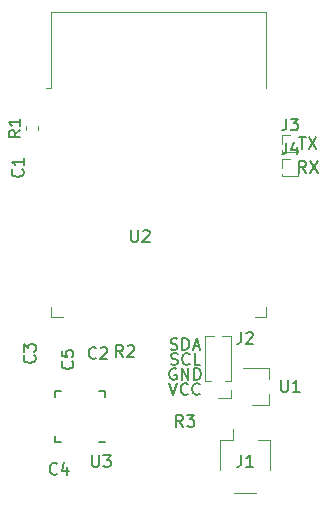
<source format=gbr>
G04 #@! TF.GenerationSoftware,KiCad,Pcbnew,(5.1.5)-3*
G04 #@! TF.CreationDate,2020-06-05T14:27:12-04:00*
G04 #@! TF.ProjectId,OSSC,4f535343-2e6b-4696-9361-645f70636258,rev?*
G04 #@! TF.SameCoordinates,Original*
G04 #@! TF.FileFunction,Legend,Top*
G04 #@! TF.FilePolarity,Positive*
%FSLAX46Y46*%
G04 Gerber Fmt 4.6, Leading zero omitted, Abs format (unit mm)*
G04 Created by KiCad (PCBNEW (5.1.5)-3) date 2020-06-05 14:27:12*
%MOMM*%
%LPD*%
G04 APERTURE LIST*
%ADD10C,0.150000*%
%ADD11C,0.120000*%
G04 APERTURE END LIST*
D10*
X92202095Y-58888380D02*
X92773523Y-58888380D01*
X92487809Y-59888380D02*
X92487809Y-58888380D01*
X93011619Y-58888380D02*
X93678285Y-59888380D01*
X93678285Y-58888380D02*
X93011619Y-59888380D01*
X92797333Y-61920380D02*
X92464000Y-61444190D01*
X92225904Y-61920380D02*
X92225904Y-60920380D01*
X92606857Y-60920380D01*
X92702095Y-60968000D01*
X92749714Y-61015619D01*
X92797333Y-61110857D01*
X92797333Y-61253714D01*
X92749714Y-61348952D01*
X92702095Y-61396571D01*
X92606857Y-61444190D01*
X92225904Y-61444190D01*
X93130666Y-60920380D02*
X93797333Y-61920380D01*
X93797333Y-60920380D02*
X93130666Y-61920380D01*
X81216666Y-79716380D02*
X81550000Y-80716380D01*
X81883333Y-79716380D01*
X82788095Y-80621142D02*
X82740476Y-80668761D01*
X82597619Y-80716380D01*
X82502380Y-80716380D01*
X82359523Y-80668761D01*
X82264285Y-80573523D01*
X82216666Y-80478285D01*
X82169047Y-80287809D01*
X82169047Y-80144952D01*
X82216666Y-79954476D01*
X82264285Y-79859238D01*
X82359523Y-79764000D01*
X82502380Y-79716380D01*
X82597619Y-79716380D01*
X82740476Y-79764000D01*
X82788095Y-79811619D01*
X83788095Y-80621142D02*
X83740476Y-80668761D01*
X83597619Y-80716380D01*
X83502380Y-80716380D01*
X83359523Y-80668761D01*
X83264285Y-80573523D01*
X83216666Y-80478285D01*
X83169047Y-80287809D01*
X83169047Y-80144952D01*
X83216666Y-79954476D01*
X83264285Y-79859238D01*
X83359523Y-79764000D01*
X83502380Y-79716380D01*
X83597619Y-79716380D01*
X83740476Y-79764000D01*
X83788095Y-79811619D01*
X81788095Y-78494000D02*
X81692857Y-78446380D01*
X81550000Y-78446380D01*
X81407142Y-78494000D01*
X81311904Y-78589238D01*
X81264285Y-78684476D01*
X81216666Y-78874952D01*
X81216666Y-79017809D01*
X81264285Y-79208285D01*
X81311904Y-79303523D01*
X81407142Y-79398761D01*
X81550000Y-79446380D01*
X81645238Y-79446380D01*
X81788095Y-79398761D01*
X81835714Y-79351142D01*
X81835714Y-79017809D01*
X81645238Y-79017809D01*
X82264285Y-79446380D02*
X82264285Y-78446380D01*
X82835714Y-79446380D01*
X82835714Y-78446380D01*
X83311904Y-79446380D02*
X83311904Y-78446380D01*
X83550000Y-78446380D01*
X83692857Y-78494000D01*
X83788095Y-78589238D01*
X83835714Y-78684476D01*
X83883333Y-78874952D01*
X83883333Y-79017809D01*
X83835714Y-79208285D01*
X83788095Y-79303523D01*
X83692857Y-79398761D01*
X83550000Y-79446380D01*
X83311904Y-79446380D01*
X81359523Y-78128761D02*
X81502380Y-78176380D01*
X81740476Y-78176380D01*
X81835714Y-78128761D01*
X81883333Y-78081142D01*
X81930952Y-77985904D01*
X81930952Y-77890666D01*
X81883333Y-77795428D01*
X81835714Y-77747809D01*
X81740476Y-77700190D01*
X81550000Y-77652571D01*
X81454761Y-77604952D01*
X81407142Y-77557333D01*
X81359523Y-77462095D01*
X81359523Y-77366857D01*
X81407142Y-77271619D01*
X81454761Y-77224000D01*
X81550000Y-77176380D01*
X81788095Y-77176380D01*
X81930952Y-77224000D01*
X82930952Y-78081142D02*
X82883333Y-78128761D01*
X82740476Y-78176380D01*
X82645238Y-78176380D01*
X82502380Y-78128761D01*
X82407142Y-78033523D01*
X82359523Y-77938285D01*
X82311904Y-77747809D01*
X82311904Y-77604952D01*
X82359523Y-77414476D01*
X82407142Y-77319238D01*
X82502380Y-77224000D01*
X82645238Y-77176380D01*
X82740476Y-77176380D01*
X82883333Y-77224000D01*
X82930952Y-77271619D01*
X83835714Y-78176380D02*
X83359523Y-78176380D01*
X83359523Y-77176380D01*
X81335714Y-76858761D02*
X81478571Y-76906380D01*
X81716666Y-76906380D01*
X81811904Y-76858761D01*
X81859523Y-76811142D01*
X81907142Y-76715904D01*
X81907142Y-76620666D01*
X81859523Y-76525428D01*
X81811904Y-76477809D01*
X81716666Y-76430190D01*
X81526190Y-76382571D01*
X81430952Y-76334952D01*
X81383333Y-76287333D01*
X81335714Y-76192095D01*
X81335714Y-76096857D01*
X81383333Y-76001619D01*
X81430952Y-75954000D01*
X81526190Y-75906380D01*
X81764285Y-75906380D01*
X81907142Y-75954000D01*
X82335714Y-76906380D02*
X82335714Y-75906380D01*
X82573809Y-75906380D01*
X82716666Y-75954000D01*
X82811904Y-76049238D01*
X82859523Y-76144476D01*
X82907142Y-76334952D01*
X82907142Y-76477809D01*
X82859523Y-76668285D01*
X82811904Y-76763523D01*
X82716666Y-76858761D01*
X82573809Y-76906380D01*
X82335714Y-76906380D01*
X83288095Y-76620666D02*
X83764285Y-76620666D01*
X83192857Y-76906380D02*
X83526190Y-75906380D01*
X83859523Y-76906380D01*
D11*
X90745000Y-62153000D02*
X92135000Y-62153000D01*
X90745000Y-62153000D02*
X90745000Y-62028000D01*
X92135000Y-62153000D02*
X92135000Y-62028000D01*
X90745000Y-62153000D02*
X90831724Y-62153000D01*
X92048276Y-62153000D02*
X92135000Y-62153000D01*
X90745000Y-61468000D02*
X90745000Y-60783000D01*
X90745000Y-60783000D02*
X91440000Y-60783000D01*
X90745000Y-60121000D02*
X92135000Y-60121000D01*
X90745000Y-60121000D02*
X90745000Y-59996000D01*
X92135000Y-60121000D02*
X92135000Y-59996000D01*
X90745000Y-60121000D02*
X90831724Y-60121000D01*
X92048276Y-60121000D02*
X92135000Y-60121000D01*
X90745000Y-59436000D02*
X90745000Y-58751000D01*
X90745000Y-58751000D02*
X91440000Y-58751000D01*
X86454000Y-75759000D02*
X85651530Y-75759000D01*
X85036470Y-75759000D02*
X84234000Y-75759000D01*
X86454000Y-79504000D02*
X86454000Y-75759000D01*
X84234000Y-79504000D02*
X84234000Y-75759000D01*
X86454000Y-79504000D02*
X85907471Y-79504000D01*
X84780529Y-79504000D02*
X84234000Y-79504000D01*
X86454000Y-80264000D02*
X86454000Y-81024000D01*
X86454000Y-81024000D02*
X85344000Y-81024000D01*
X69086000Y-58323267D02*
X69086000Y-57980733D01*
X70106000Y-58323267D02*
X70106000Y-57980733D01*
D10*
X71510000Y-84700000D02*
X72035000Y-84700000D01*
X71510000Y-80400000D02*
X72035000Y-80400000D01*
X75810000Y-80400000D02*
X75285000Y-80400000D01*
X75810000Y-84700000D02*
X75285000Y-84700000D01*
X71510000Y-80400000D02*
X71510000Y-80925000D01*
X75810000Y-80400000D02*
X75810000Y-80925000D01*
X71510000Y-84700000D02*
X71510000Y-84175000D01*
D11*
X71195001Y-54760001D02*
X70815001Y-54760001D01*
X71195001Y-48340001D02*
X71195001Y-54760001D01*
X89435001Y-48340001D02*
X89435001Y-54760001D01*
X71195001Y-48340001D02*
X89435001Y-48340001D01*
X89435001Y-74085001D02*
X88435001Y-74085001D01*
X89435001Y-73305001D02*
X89435001Y-74085001D01*
X71195001Y-74085001D02*
X72195001Y-74085001D01*
X71195001Y-73305001D02*
X71195001Y-74085001D01*
X89660000Y-81590000D02*
X88200000Y-81590000D01*
X89660000Y-78430000D02*
X87500000Y-78430000D01*
X89660000Y-78430000D02*
X89660000Y-79360000D01*
X89660000Y-81590000D02*
X89660000Y-80660000D01*
X86690000Y-89045000D02*
X88570000Y-89045000D01*
X89740000Y-84575000D02*
X88690000Y-84575000D01*
X89740000Y-87075000D02*
X89740000Y-84575000D01*
X86570000Y-84575000D02*
X86570000Y-83585000D01*
X85520000Y-84575000D02*
X86570000Y-84575000D01*
X85520000Y-87075000D02*
X85520000Y-84575000D01*
D10*
X91106666Y-59360380D02*
X91106666Y-60074666D01*
X91059047Y-60217523D01*
X90963809Y-60312761D01*
X90820952Y-60360380D01*
X90725714Y-60360380D01*
X92011428Y-59693714D02*
X92011428Y-60360380D01*
X91773333Y-59312761D02*
X91535238Y-60027047D01*
X92154285Y-60027047D01*
X91106666Y-57328380D02*
X91106666Y-58042666D01*
X91059047Y-58185523D01*
X90963809Y-58280761D01*
X90820952Y-58328380D01*
X90725714Y-58328380D01*
X91487619Y-57328380D02*
X92106666Y-57328380D01*
X91773333Y-57709333D01*
X91916190Y-57709333D01*
X92011428Y-57756952D01*
X92059047Y-57804571D01*
X92106666Y-57899809D01*
X92106666Y-58137904D01*
X92059047Y-58233142D01*
X92011428Y-58280761D01*
X91916190Y-58328380D01*
X91630476Y-58328380D01*
X91535238Y-58280761D01*
X91487619Y-58233142D01*
X82383333Y-83410380D02*
X82050000Y-82934190D01*
X81811904Y-83410380D02*
X81811904Y-82410380D01*
X82192857Y-82410380D01*
X82288095Y-82458000D01*
X82335714Y-82505619D01*
X82383333Y-82600857D01*
X82383333Y-82743714D01*
X82335714Y-82838952D01*
X82288095Y-82886571D01*
X82192857Y-82934190D01*
X81811904Y-82934190D01*
X82716666Y-82410380D02*
X83335714Y-82410380D01*
X83002380Y-82791333D01*
X83145238Y-82791333D01*
X83240476Y-82838952D01*
X83288095Y-82886571D01*
X83335714Y-82981809D01*
X83335714Y-83219904D01*
X83288095Y-83315142D01*
X83240476Y-83362761D01*
X83145238Y-83410380D01*
X82859523Y-83410380D01*
X82764285Y-83362761D01*
X82716666Y-83315142D01*
X77303333Y-77514380D02*
X76970000Y-77038190D01*
X76731904Y-77514380D02*
X76731904Y-76514380D01*
X77112857Y-76514380D01*
X77208095Y-76562000D01*
X77255714Y-76609619D01*
X77303333Y-76704857D01*
X77303333Y-76847714D01*
X77255714Y-76942952D01*
X77208095Y-76990571D01*
X77112857Y-77038190D01*
X76731904Y-77038190D01*
X77684285Y-76609619D02*
X77731904Y-76562000D01*
X77827142Y-76514380D01*
X78065238Y-76514380D01*
X78160476Y-76562000D01*
X78208095Y-76609619D01*
X78255714Y-76704857D01*
X78255714Y-76800095D01*
X78208095Y-76942952D01*
X77636666Y-77514380D01*
X78255714Y-77514380D01*
X75017333Y-77573142D02*
X74969714Y-77620761D01*
X74826857Y-77668380D01*
X74731619Y-77668380D01*
X74588761Y-77620761D01*
X74493523Y-77525523D01*
X74445904Y-77430285D01*
X74398285Y-77239809D01*
X74398285Y-77096952D01*
X74445904Y-76906476D01*
X74493523Y-76811238D01*
X74588761Y-76716000D01*
X74731619Y-76668380D01*
X74826857Y-76668380D01*
X74969714Y-76716000D01*
X75017333Y-76763619D01*
X75398285Y-76763619D02*
X75445904Y-76716000D01*
X75541142Y-76668380D01*
X75779238Y-76668380D01*
X75874476Y-76716000D01*
X75922095Y-76763619D01*
X75969714Y-76858857D01*
X75969714Y-76954095D01*
X75922095Y-77096952D01*
X75350666Y-77668380D01*
X75969714Y-77668380D01*
X73001142Y-77890666D02*
X73048761Y-77938285D01*
X73096380Y-78081142D01*
X73096380Y-78176380D01*
X73048761Y-78319238D01*
X72953523Y-78414476D01*
X72858285Y-78462095D01*
X72667809Y-78509714D01*
X72524952Y-78509714D01*
X72334476Y-78462095D01*
X72239238Y-78414476D01*
X72144000Y-78319238D01*
X72096380Y-78176380D01*
X72096380Y-78081142D01*
X72144000Y-77938285D01*
X72191619Y-77890666D01*
X72096380Y-76985904D02*
X72096380Y-77462095D01*
X72572571Y-77509714D01*
X72524952Y-77462095D01*
X72477333Y-77366857D01*
X72477333Y-77128761D01*
X72524952Y-77033523D01*
X72572571Y-76985904D01*
X72667809Y-76938285D01*
X72905904Y-76938285D01*
X73001142Y-76985904D01*
X73048761Y-77033523D01*
X73096380Y-77128761D01*
X73096380Y-77366857D01*
X73048761Y-77462095D01*
X73001142Y-77509714D01*
X71715333Y-87379142D02*
X71667714Y-87426761D01*
X71524857Y-87474380D01*
X71429619Y-87474380D01*
X71286761Y-87426761D01*
X71191523Y-87331523D01*
X71143904Y-87236285D01*
X71096285Y-87045809D01*
X71096285Y-86902952D01*
X71143904Y-86712476D01*
X71191523Y-86617238D01*
X71286761Y-86522000D01*
X71429619Y-86474380D01*
X71524857Y-86474380D01*
X71667714Y-86522000D01*
X71715333Y-86569619D01*
X72572476Y-86807714D02*
X72572476Y-87474380D01*
X72334380Y-86426761D02*
X72096285Y-87141047D01*
X72715333Y-87141047D01*
X87296666Y-75398380D02*
X87296666Y-76112666D01*
X87249047Y-76255523D01*
X87153809Y-76350761D01*
X87010952Y-76398380D01*
X86915714Y-76398380D01*
X87725238Y-75493619D02*
X87772857Y-75446000D01*
X87868095Y-75398380D01*
X88106190Y-75398380D01*
X88201428Y-75446000D01*
X88249047Y-75493619D01*
X88296666Y-75588857D01*
X88296666Y-75684095D01*
X88249047Y-75826952D01*
X87677619Y-76398380D01*
X88296666Y-76398380D01*
X68618380Y-58318666D02*
X68142190Y-58652000D01*
X68618380Y-58890095D02*
X67618380Y-58890095D01*
X67618380Y-58509142D01*
X67666000Y-58413904D01*
X67713619Y-58366285D01*
X67808857Y-58318666D01*
X67951714Y-58318666D01*
X68046952Y-58366285D01*
X68094571Y-58413904D01*
X68142190Y-58509142D01*
X68142190Y-58890095D01*
X68618380Y-57366285D02*
X68618380Y-57937714D01*
X68618380Y-57652000D02*
X67618380Y-57652000D01*
X67761238Y-57747238D01*
X67856476Y-57842476D01*
X67904095Y-57937714D01*
X68783142Y-61634666D02*
X68830761Y-61682285D01*
X68878380Y-61825142D01*
X68878380Y-61920380D01*
X68830761Y-62063238D01*
X68735523Y-62158476D01*
X68640285Y-62206095D01*
X68449809Y-62253714D01*
X68306952Y-62253714D01*
X68116476Y-62206095D01*
X68021238Y-62158476D01*
X67926000Y-62063238D01*
X67878380Y-61920380D01*
X67878380Y-61825142D01*
X67926000Y-61682285D01*
X67973619Y-61634666D01*
X68878380Y-60682285D02*
X68878380Y-61253714D01*
X68878380Y-60968000D02*
X67878380Y-60968000D01*
X68021238Y-61063238D01*
X68116476Y-61158476D01*
X68164095Y-61253714D01*
X69799142Y-77382666D02*
X69846761Y-77430285D01*
X69894380Y-77573142D01*
X69894380Y-77668380D01*
X69846761Y-77811238D01*
X69751523Y-77906476D01*
X69656285Y-77954095D01*
X69465809Y-78001714D01*
X69322952Y-78001714D01*
X69132476Y-77954095D01*
X69037238Y-77906476D01*
X68942000Y-77811238D01*
X68894380Y-77668380D01*
X68894380Y-77573142D01*
X68942000Y-77430285D01*
X68989619Y-77382666D01*
X68894380Y-77049333D02*
X68894380Y-76430285D01*
X69275333Y-76763619D01*
X69275333Y-76620761D01*
X69322952Y-76525523D01*
X69370571Y-76477904D01*
X69465809Y-76430285D01*
X69703904Y-76430285D01*
X69799142Y-76477904D01*
X69846761Y-76525523D01*
X69894380Y-76620761D01*
X69894380Y-76906476D01*
X69846761Y-77001714D01*
X69799142Y-77049333D01*
X74676095Y-85812380D02*
X74676095Y-86621904D01*
X74723714Y-86717142D01*
X74771333Y-86764761D01*
X74866571Y-86812380D01*
X75057047Y-86812380D01*
X75152285Y-86764761D01*
X75199904Y-86717142D01*
X75247523Y-86621904D01*
X75247523Y-85812380D01*
X75628476Y-85812380D02*
X76247523Y-85812380D01*
X75914190Y-86193333D01*
X76057047Y-86193333D01*
X76152285Y-86240952D01*
X76199904Y-86288571D01*
X76247523Y-86383809D01*
X76247523Y-86621904D01*
X76199904Y-86717142D01*
X76152285Y-86764761D01*
X76057047Y-86812380D01*
X75771333Y-86812380D01*
X75676095Y-86764761D01*
X75628476Y-86717142D01*
X77978095Y-66762380D02*
X77978095Y-67571904D01*
X78025714Y-67667142D01*
X78073333Y-67714761D01*
X78168571Y-67762380D01*
X78359047Y-67762380D01*
X78454285Y-67714761D01*
X78501904Y-67667142D01*
X78549523Y-67571904D01*
X78549523Y-66762380D01*
X78978095Y-66857619D02*
X79025714Y-66810000D01*
X79120952Y-66762380D01*
X79359047Y-66762380D01*
X79454285Y-66810000D01*
X79501904Y-66857619D01*
X79549523Y-66952857D01*
X79549523Y-67048095D01*
X79501904Y-67190952D01*
X78930476Y-67762380D01*
X79549523Y-67762380D01*
X90678095Y-79462380D02*
X90678095Y-80271904D01*
X90725714Y-80367142D01*
X90773333Y-80414761D01*
X90868571Y-80462380D01*
X91059047Y-80462380D01*
X91154285Y-80414761D01*
X91201904Y-80367142D01*
X91249523Y-80271904D01*
X91249523Y-79462380D01*
X92249523Y-80462380D02*
X91678095Y-80462380D01*
X91963809Y-80462380D02*
X91963809Y-79462380D01*
X91868571Y-79605238D01*
X91773333Y-79700476D01*
X91678095Y-79748095D01*
X87296666Y-85812380D02*
X87296666Y-86526666D01*
X87249047Y-86669523D01*
X87153809Y-86764761D01*
X87010952Y-86812380D01*
X86915714Y-86812380D01*
X88296666Y-86812380D02*
X87725238Y-86812380D01*
X88010952Y-86812380D02*
X88010952Y-85812380D01*
X87915714Y-85955238D01*
X87820476Y-86050476D01*
X87725238Y-86098095D01*
M02*

</source>
